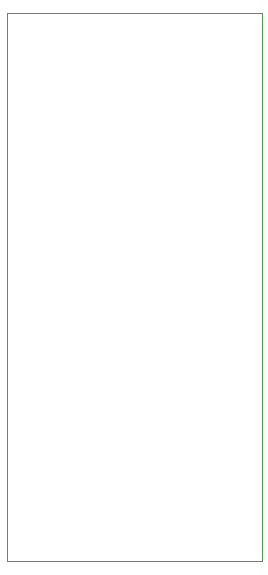
<source format=gbr>
G04 #@! TF.GenerationSoftware,KiCad,Pcbnew,(5.1.2)-1*
G04 #@! TF.CreationDate,2019-07-14T14:04:17+02:00*
G04 #@! TF.ProjectId,C64-Switchless-Quad-Kernal-Switcher,4336342d-5377-4697-9463-686c6573732d,1.20*
G04 #@! TF.SameCoordinates,Original*
G04 #@! TF.FileFunction,Profile,NP*
%FSLAX46Y46*%
G04 Gerber Fmt 4.6, Leading zero omitted, Abs format (unit mm)*
G04 Created by KiCad (PCBNEW (5.1.2)-1) date 2019-07-14 14:04:17*
%MOMM*%
%LPD*%
G04 APERTURE LIST*
%ADD10C,0.050000*%
G04 APERTURE END LIST*
D10*
X123825000Y-54610000D02*
X123825000Y-100965000D01*
X123825000Y-100965000D02*
X102235000Y-100965000D01*
X102235000Y-54610000D02*
X102235000Y-100965000D01*
X102235000Y-54610000D02*
X123825000Y-54610000D01*
M02*

</source>
